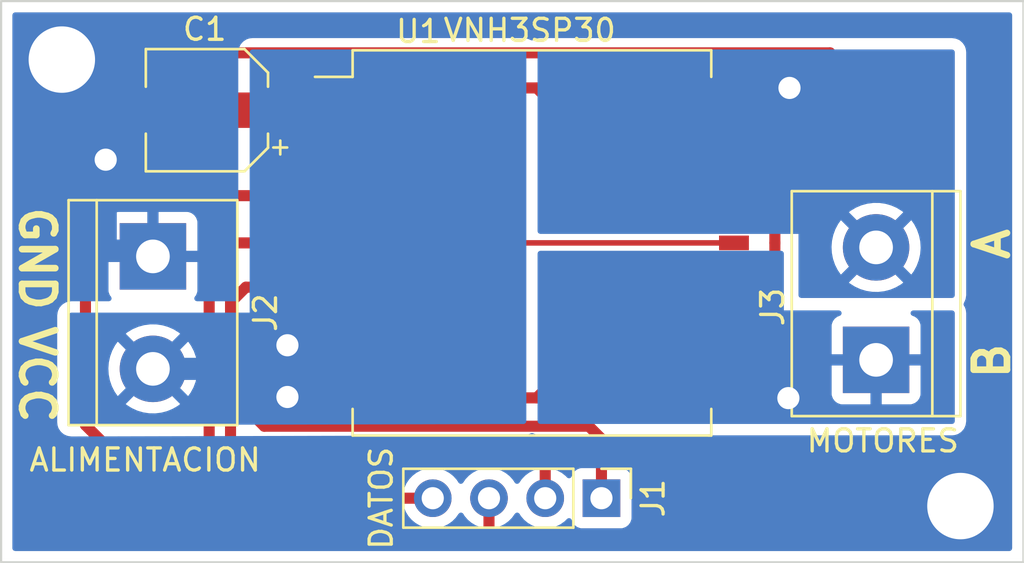
<source format=kicad_pcb>
(kicad_pcb (version 20211014) (generator pcbnew)
  (layers (0 "F.Cu" signal) (31 "B.Cu" signal) (34 "B.Paste" user) (35 "F.Paste" user) (36 "B.SilkS" user "B.Silkscreen") (37 "F.SilkS" user "F.Silkscreen") (38 "B.Mask" user) (39 "F.Mask" user) (44 "Edge.Cuts" user))
  (net 0 "")
  (net 1 "/OUTA")
  (net 3 "/VCCM")
  (net 5 "/INA")
  (net 6 "/EN")
  (net 8 "/PWM")
  (net 10 "/INB")
  (net 13 "/OUTB")
  (net 15 "GND")
  (footprint "Package_SO:ST_MultiPowerSO-30" (layer "F.Cu") (at 29.6672 34.036)
    (fp_text reference "U1" (at -5.1308 -9.5504) (layer "F.SilkS"))
    (fp_text value "VNH3SP30" (at -0.1016 -9.6012) (layer "F.SilkS"))
    (fp_line (start -8.1 -8.7) (end -8.1 -7.5) (layer "F.SilkS") (width 0.12))
    (fp_line (start 8 8.7) (end -8.1 8.7) (layer "F.SilkS") (width 0.12))
    (fp_line (start 8 -8.7) (end -8 -8.7) (layer "F.SilkS") (width 0.12))
    (fp_line (start 8.1 8.7) (end 8.1 7.5) (layer "F.SilkS") (width 0.12))
    (fp_line (start 8 8.7) (end 8.1 8.7) (layer "F.SilkS") (width 0.12))
    (fp_line (start -8.1 -7.5) (end -9.8 -7.5) (layer "F.SilkS") (width 0.12))
    (fp_line (start 8.1 -8.7) (end 8.1 -7.5) (layer "F.SilkS") (width 0.12))
    (fp_line (start 8 -8.7) (end 8.1 -8.7) (layer "F.SilkS") (width 0.12))
    (fp_line (start -8.1 8.7) (end -8.1 7.5) (layer "F.SilkS") (width 0.12))
    (fp_line (start -8 -8.7) (end -8.1 -8.7) (layer "F.SilkS") (width 0.12))
    (pad "1" smd rect (at -9.125 -7 270) (size 0.66 1.35) (layers "F.Cu" "F.Paste" "F.Mask") (net 1 "/OUTA"))
    (pad "2" smd rect (at -9.125 -6 270) (size 0.66 1.35) (layers "F.Cu" "F.Paste" "F.Mask"))
    (pad "3" smd rect (at -9.125 -5 270) (size 0.66 1.35) (layers "F.Cu" "F.Paste" "F.Mask") (net 3 "/VCCM"))
    (pad "4" smd rect (at -9.125 -4 270) (size 0.66 1.35) (layers "F.Cu" "F.Paste" "F.Mask"))
    (pad "5" smd rect (at -9.125 -3 270) (size 0.66 1.35) (layers "F.Cu" "F.Paste" "F.Mask") (net 5 "/INA"))
    (pad "6" smd rect (at -9.125 -2 270) (size 0.66 1.35) (layers "F.Cu" "F.Paste" "F.Mask") (net 6 "/EN"))
    (pad "7" smd rect (at -9.125 -1 270) (size 0.66 1.35) (layers "F.Cu" "F.Paste" "F.Mask"))
    (pad "8" smd rect (at -9.125 0 270) (size 0.66 1.35) (layers "F.Cu" "F.Paste" "F.Mask") (net 8 "/PWM"))
    (pad "9" smd rect (at -9.125 1 270) (size 0.66 1.35) (layers "F.Cu" "F.Paste" "F.Mask"))
    (pad "10" smd rect (at -9.125 2 270) (size 0.66 1.35) (layers "F.Cu" "F.Paste" "F.Mask") (net 6 "/EN"))
    (pad "11" smd rect (at -9.125 3 270) (size 0.66 1.35) (layers "F.Cu" "F.Paste" "F.Mask") (net 10 "/INB"))
    (pad "12" smd rect (at -9.125 4 270) (size 0.66 1.35) (layers "F.Cu" "F.Paste" "F.Mask"))
    (pad "13" smd rect (at -9.125 5 270) (size 0.66 1.35) (layers "F.Cu" "F.Paste" "F.Mask") (net 3 "/VCCM"))
    (pad "14" smd rect (at -9.125 6 270) (size 0.66 1.35) (layers "F.Cu" "F.Paste" "F.Mask"))
    (pad "15" smd rect (at -9.125 7 270) (size 0.66 1.35) (layers "F.Cu" "F.Paste" "F.Mask") (net 13 "/OUTB"))
    (pad "16" smd rect (at 9.125 7 270) (size 0.66 1.35) (layers "F.Cu" "F.Paste" "F.Mask") (net 13 "/OUTB"))
    (pad "17" smd rect (at 9.125 6 270) (size 0.66 1.35) (layers "F.Cu" "F.Paste" "F.Mask"))
    (pad "18" smd rect (at 9.125 5 270) (size 0.66 1.35) (layers "F.Cu" "F.Paste" "F.Mask") (net 15 "GND"))
    (pad "19" smd rect (at 9.125 4 270) (size 0.66 1.35) (layers "F.Cu" "F.Paste" "F.Mask") (net 15 "GND"))
    (pad "20" smd rect (at 9.125 3 270) (size 0.66 1.35) (layers "F.Cu" "F.Paste" "F.Mask") (net 15 "GND"))
    (pad "21" smd rect (at 9.125 2 270) (size 0.66 1.35) (layers "F.Cu" "F.Paste" "F.Mask") (net 13 "/OUTB"))
    (pad "22" smd rect (at 9.125 1 270) (size 0.66 1.35) (layers "F.Cu" "F.Paste" "F.Mask"))
    (pad "23" smd rect (at 9.125 0 270) (size 0.66 1.35) (layers "F.Cu" "F.Paste" "F.Mask") (net 3 "/VCCM"))
    (pad "24" smd rect (at 9.125 -1 270) (size 0.66 1.35) (layers "F.Cu" "F.Paste" "F.Mask"))
    (pad "25" smd rect (at 9.125 -2 270) (size 0.66 1.35) (layers "F.Cu" "F.Paste" "F.Mask") (net 1 "/OUTA"))
    (pad "26" smd rect (at 9.125 -3 270) (size 0.66 1.35) (layers "F.Cu" "F.Paste" "F.Mask") (net 15 "GND"))
    (pad "27" smd rect (at 9.125 -4 270) (size 0.66 1.35) (layers "F.Cu" "F.Paste" "F.Mask") (net 15 "GND"))
    (pad "28" smd rect (at 9.125 -5 270) (size 0.66 1.35) (layers "F.Cu" "F.Paste" "F.Mask") (net 15 "GND"))
    (pad "29" smd rect (at 9.125 -6 270) (size 0.66 1.35) (layers "F.Cu" "F.Paste" "F.Mask"))
    (pad "30" smd rect (at 9.125 -7 270) (size 0.66 1.35) (layers "F.Cu" "F.Paste" "F.Mask") (net 1 "/OUTA"))
    (pad "31" smd rect (at -3.05 0) (size 5.25 10.3) (layers "F.Cu" "F.Paste" "F.Mask") (net 3 "/VCCM"))
    (pad "32" smd rect (at 3.05 -4.165) (size 5.25 6.23) (layers "F.Cu" "F.Paste" "F.Mask") (net 1 "/OUTA"))
    (pad "33" smd rect (at 3.05 4.165) (size 5.25 6.23) (layers "F.Cu" "F.Paste" "F.Mask") (net 13 "/OUTB"))
  )
  (footprint "TerminalBlock:TerminalBlock_bornier-2_P5.08mm" (layer "F.Cu") (at 12.5476 34.6456 -90)
    (fp_text reference "J2" (at 2.54 -5.08 90) (layer "F.SilkS"))
    (fp_text value "ALIMENTACION" (at 9.1948 0.3556 180) (layer "F.SilkS"))
    (fp_line (start 7.62 3.81) (end 7.62 -3.81) (layer "F.SilkS") (width 0.12))
    (fp_line (start -2.54 3.81) (end 7.62 3.81) (layer "F.SilkS") (width 0.12))
    (fp_line (start 7.62 -3.81) (end -2.54 -3.81) (layer "F.SilkS") (width 0.12))
    (fp_line (start -2.54 -3.81) (end -2.54 3.81) (layer "F.SilkS") (width 0.12))
    (fp_line (start 7.62 2.54) (end -2.54 2.54) (layer "F.SilkS") (width 0.12))
    (pad "1" thru_hole rect (at 0 0 270) (size 3 3) (drill 1.52) (layers *.Cu *.Mask) (net 15 "GND"))
    (pad "2" thru_hole circle (at 5.08 0 270) (size 3 3) (drill 1.52) (layers *.Cu *.Mask) (net 3 "/VCCM"))
  )
  (footprint "Capacitor_SMD:CP_Elec_5x5.3" (layer "F.Cu") (at 14.986 28.0416 180)
    (fp_text reference "C1" (at 0.1016 3.6576) (layer "F.SilkS"))
    (fp_text value "C_Polarized" hide)
    (fp_line (start -1.695563 -2.76) (end 2.76 -2.76) (layer "F.SilkS") (width 0.12))
    (fp_line (start -2.76 -1.695563) (end -2.76 -1.06) (layer "F.SilkS") (width 0.12))
    (fp_line (start -1.695563 2.76) (end 2.76 2.76) (layer "F.SilkS") (width 0.12))
    (fp_line (start 2.76 2.76) (end 2.76 1.06) (layer "F.SilkS") (width 0.12))
    (fp_line (start -3.3125 -1.9975) (end -3.3125 -1.3725) (layer "F.SilkS") (width 0.12))
    (fp_line (start -2.76 1.695563) (end -1.695563 2.76) (layer "F.SilkS") (width 0.12))
    (fp_line (start -2.76 -1.695563) (end -1.695563 -2.76) (layer "F.SilkS") (width 0.12))
    (fp_line (start -2.76 1.695563) (end -2.76 1.06) (layer "F.SilkS") (width 0.12))
    (fp_line (start 2.76 -2.76) (end 2.76 -1.06) (layer "F.SilkS") (width 0.12))
    (fp_line (start -3.625 -1.685) (end -3 -1.685) (layer "F.SilkS") (width 0.12))
    (pad "1" smd roundrect (at -2.2 0 180) (size 3 1.6) (layers "F.Cu" "F.Paste" "F.Mask") (roundrect_rratio 0.15625) (net 3 "/VCCM"))
    (pad "2" smd roundrect (at 2.2 0 180) (size 3 1.6) (layers "F.Cu" "F.Paste" "F.Mask") (roundrect_rratio 0.15625) (net 15 "GND"))
  )
  (footprint "TerminalBlock:TerminalBlock_bornier-2_P5.08mm" (layer "F.Cu") (at 45.212 39.3192 90)
    (fp_text reference "J3" (at 2.3876 -4.6736 90) (layer "F.SilkS"))
    (fp_text value "MOTORES" (at -3.6576 0.3048 180) (layer "F.SilkS"))
    (fp_line (start 7.62 -3.81) (end -2.54 -3.81) (layer "F.SilkS") (width 0.12))
    (fp_line (start -2.54 3.81) (end 7.62 3.81) (layer "F.SilkS") (width 0.12))
    (fp_line (start 7.62 2.54) (end -2.54 2.54) (layer "F.SilkS") (width 0.12))
    (fp_line (start 7.62 3.81) (end 7.62 -3.81) (layer "F.SilkS") (width 0.12))
    (fp_line (start -2.54 -3.81) (end -2.54 3.81) (layer "F.SilkS") (width 0.12))
    (pad "1" thru_hole rect (at 0 0 90) (size 3 3) (drill 1.52) (layers *.Cu *.Mask) (net 13 "/OUTB"))
    (pad "2" thru_hole circle (at 5.08 0 90) (size 3 3) (drill 1.52) (layers *.Cu *.Mask) (net 1 "/OUTA"))
  )
  (footprint "Connector_PinHeader_2.54mm:PinHeader_1x04_P2.54mm_Vertical" (layer "F.Cu") (at 32.8068 45.5676 -90)
    (fp_text reference "J1" (at 0 -2.33 90) (layer "F.SilkS"))
    (fp_text value "DATOS" (at 0 9.95 90) (layer "F.SilkS"))
    (fp_line (start -1.33 8.95) (end 1.33 8.95) (layer "F.SilkS") (width 0.12))
    (fp_line (start 1.33 1.27) (end 1.33 8.95) (layer "F.SilkS") (width 0.12))
    (fp_line (start -1.33 0) (end -1.33 -1.33) (layer "F.SilkS") (width 0.12))
    (fp_line (start -1.33 1.27) (end -1.33 8.95) (layer "F.SilkS") (width 0.12))
    (fp_line (start -1.33 1.27) (end 1.33 1.27) (layer "F.SilkS") (width 0.12))
    (fp_line (start -1.33 -1.33) (end 0 -1.33) (layer "F.SilkS") (width 0.12))
    (pad "1" thru_hole rect (at 0 0 270) (size 1.7 1.7) (drill 1) (layers *.Cu *.Mask) (net 10 "/INB"))
    (pad "2" thru_hole oval (at 0 2.54 270) (size 1.7 1.7) (drill 1) (layers *.Cu *.Mask) (net 6 "/EN"))
    (pad "3" thru_hole oval (at 0 5.08 270) (size 1.7 1.7) (drill 1) (layers *.Cu *.Mask) (net 5 "/INA"))
    (pad "4" thru_hole oval (at 0 7.62 270) (size 1.7 1.7) (drill 1) (layers *.Cu *.Mask) (net 8 "/PWM"))
  )
  (gr_rect (start 5.6896 23.114) (end 51.8668 48.4632) (layer "Edge.Cuts") (width 0.1) (fill none))
  (gr_text "GND\n" (at 7.3152 34.7472 270) (layer "F.SilkS") (effects (font (size 1.5 1.5) (thickness 0.3))))
  (gr_text "B" (at 50.4444 39.37 90) (layer "F.SilkS") (effects (font (size 1.5 1.5) (thickness 0.3))))
  (gr_text "VCC" (at 7.3152 39.9796 270) (layer "F.SilkS") (effects (font (size 1.5 1.5) (thickness 0.3))))
  (gr_text "A\n" (at 50.4444 34.0868 90) (layer "F.SilkS") (effects (font (size 1.5 1.5) (thickness 0.3))))
  (segment (start 29.8822 27.036) (end 32.7172 29.871) (width 0.5) (layer "F.Cu") (net 1))
  (segment (start 35.5522 27.036) (end 32.7172 29.871) (width 0.5) (layer "F.Cu") (net 1))
  (segment (start 34.8822 32.036) (end 32.7172 29.871) (width 0.5) (layer "F.Cu") (net 1))
  (segment (start 20.5422 27.036) (end 29.8822 27.036) (width 0.5) (layer "F.Cu") (net 1))
  (segment (start 38.7922 27.036) (end 41.3004 27.036) (width 0.5) (layer "F.Cu") (net 1))
  (segment (start 38.7922 32.036) (end 34.8822 32.036) (width 0.5) (layer "F.Cu") (net 1))
  (segment (start 38.7922 27.036) (end 35.5522 27.036) (width 0.5) (layer "F.Cu") (net 1))
  (via (at 41.3004 27.036) (size 1.7) (drill 1) (layers "F.Cu" "B.Cu") (net 1))
  (segment (start 17.9832 27.8892) (end 19.13 29.036) (width 0.5) (layer "F.Cu") (net 3))
  (segment (start 26.6172 35.5112) (end 26.6172 34.036) (width 0.5) (layer "F.Cu") (net 3))
  (segment (start 26.6172 32.4668) (end 26.6172 34.036) (width 0.5) (layer "F.Cu") (net 3))
  (segment (start 23.0924 39.036) (end 26.6172 35.5112) (width 0.5) (layer "F.Cu") (net 3))
  (segment (start 19.638178 39.036) (end 20.5422 39.036) (width 0.5) (layer "F.Cu") (net 3))
  (segment (start 18.6223 40.051878) (end 19.638178 39.036) (width 0.5) (layer "F.Cu") (net 3))
  (segment (start 18.6223 38.6588) (end 18.9995 39.036) (width 0.5) (layer "F.Cu") (net 3))
  (segment (start 20.5422 39.036) (end 23.0924 39.036) (width 0.5) (layer "F.Cu") (net 3))
  (segment (start 23.1864 29.036) (end 26.6172 32.4668) (width 0.5) (layer "F.Cu") (net 3))
  (segment (start 18.6223 40.9956) (end 18.6223 40.051878) (width 0.5) (layer "F.Cu") (net 3))
  (segment (start 19.13 29.036) (end 20.5422 29.036) (width 0.5) (layer "F.Cu") (net 3))
  (segment (start 38.7922 34.036) (end 26.6172 34.036) (width 0.25) (layer "F.Cu") (net 3))
  (segment (start 18.9995 39.036) (end 20.5422 39.036) (width 0.5) (layer "F.Cu") (net 3))
  (segment (start 20.5422 29.036) (end 23.1864 29.036) (width 0.5) (layer "F.Cu") (net 3))
  (via (at 18.6223 38.6588) (size 1.7) (drill 1) (layers "F.Cu" "B.Cu") (net 3))
  (via (at 18.6223 40.9956) (size 1.7) (drill 1) (layers "F.Cu" "B.Cu") (net 3))
  (segment (start 18.6223 40.9956) (end 17.3523 39.7256) (width 1) (layer "B.Cu") (net 3))
  (segment (start 12.8016 39.4716) (end 13.1064 39.4716) (width 1) (layer "B.Cu") (net 3))
  (segment (start 17.3523 39.7256) (end 12.5476 39.7256) (width 1) (layer "B.Cu") (net 3))
  (segment (start 20.5422 31.036) (end 19.1544 31.036) (width 0.5) (layer "F.Cu") (net 5))
  (segment (start 9.4996 32.3596) (end 9.9568 31.9024) (width 0.5) (layer "F.Cu") (net 5))
  (segment (start 9.9568 31.9024) (end 18.288 31.9024) (width 0.5) (layer "F.Cu") (net 5))
  (segment (start 27.7268 47.6096) (end 14.8436 47.6096) (width 0.5) (layer "F.Cu") (net 5))
  (segment (start 27.7268 45.5676) (end 27.7268 47.6096) (width 0.5) (layer "F.Cu") (net 5))
  (segment (start 18.288 31.9024) (end 19.1544 31.036) (width 0.5) (layer "F.Cu") (net 5))
  (segment (start 9.4996 42.2656) (end 9.4996 32.3596) (width 0.5) (layer "F.Cu") (net 5))
  (segment (start 14.8436 47.6096) (end 9.4996 42.2656) (width 0.5) (layer "F.Cu") (net 5))
  (segment (start 30.2668 45.5676) (end 30.2668 43.932) (width 0.5) (layer "F.Cu") (net 6))
  (segment (start 16.2052 43.2816) (end 16.0528 43.1292) (width 0.5) (layer "F.Cu") (net 6))
  (segment (start 29.6164 43.2816) (end 16.2052 43.2816) (width 0.5) (layer "F.Cu") (net 6))
  (segment (start 16.0528 43.1292) (end 16.0528 36.7284) (width 0.5) (layer "F.Cu") (net 6))
  (segment (start 22.7584 32.6644) (end 22.13 32.036) (width 0.5) (layer "F.Cu") (net 6))
  (segment (start 20.5422 36.036) (end 22.2824 36.036) (width 0.5) (layer "F.Cu") (net 6))
  (segment (start 22.7584 35.56) (end 22.7584 32.6644) (width 0.5) (layer "F.Cu") (net 6))
  (segment (start 22.2824 36.036) (end 22.7584 35.56) (width 0.5) (layer "F.Cu") (net 6))
  (segment (start 22.13 32.036) (end 20.5422 32.036) (width 0.5) (layer "F.Cu") (net 6))
  (segment (start 16.0528 36.7284) (end 16.7452 36.036) (width 0.5) (layer "F.Cu") (net 6))
  (segment (start 16.7452 36.036) (end 20.5422 36.036) (width 0.5) (layer "F.Cu") (net 6))
  (segment (start 30.2668 43.932) (end 29.6164 43.2816) (width 0.5) (layer "F.Cu") (net 6))
  (segment (start 15.0876 44.3484) (end 15.0876 34.5948) (width 0.5) (layer "F.Cu") (net 8))
  (segment (start 16.3068 45.5676) (end 15.0876 44.3484) (width 0.5) (layer "F.Cu") (net 8))
  (segment (start 15.6464 34.036) (end 20.5422 34.036) (width 0.5) (layer "F.Cu") (net 8))
  (segment (start 25.1868 45.5676) (end 16.3068 45.5676) (width 0.5) (layer "F.Cu") (net 8))
  (segment (start 15.0876 34.5948) (end 15.6464 34.036) (width 0.5) (layer "F.Cu") (net 8))
  (segment (start 32.8068 45.5676) (end 32.8068 42.8852) (width 0.5) (layer "F.Cu") (net 10))
  (segment (start 17.8788 37.036) (end 20.5422 37.036) (width 0.5) (layer "F.Cu") (net 10))
  (segment (start 17.5768 42.3164) (end 17.1196 41.8592) (width 0.5) (layer "F.Cu") (net 10))
  (segment (start 32.238 42.3164) (end 17.5768 42.3164) (width 0.5) (layer "F.Cu") (net 10))
  (segment (start 32.8068 42.8852) (end 32.238 42.3164) (width 0.5) (layer "F.Cu") (net 10))
  (segment (start 17.1196 41.8592) (end 17.1196 37.7952) (width 0.5) (layer "F.Cu") (net 10))
  (segment (start 17.1196 37.7952) (end 17.8788 37.036) (width 0.5) (layer "F.Cu") (net 10))
  (segment (start 20.5422 41.036) (end 29.8822 41.036) (width 0.5) (layer "F.Cu") (net 13))
  (segment (start 41.2392 41.036) (end 41.2496 41.0464) (width 0.5) (layer "F.Cu") (net 13))
  (segment (start 38.7922 41.036) (end 35.5522 41.036) (width 0.5) (layer "F.Cu") (net 13))
  (segment (start 29.8822 41.036) (end 32.7172 38.201) (width 0.5) (layer "F.Cu") (net 13))
  (segment (start 38.7922 36.036) (end 34.8822 36.036) (width 0.5) (layer "F.Cu") (net 13))
  (segment (start 34.8822 36.036) (end 32.7172 38.201) (width 0.5) (layer "F.Cu") (net 13))
  (segment (start 38.7922 41.036) (end 41.2392 41.036) (width 0.5) (layer "F.Cu") (net 13))
  (segment (start 35.5522 41.036) (end 32.7172 38.201) (width 0.5) (layer "F.Cu") (net 13))
  (via (at 41.2496 41.0464) (size 1.7) (drill 1) (layers "F.Cu" "B.Cu") (net 13))
  (segment (start 12.786 25.4508) (end 12.786 28.0416) (width 0.5) (layer "F.Cu") (net 15))
  (segment (start 43.434 28.6512) (end 43.434 25.7556) (width 0.5) (layer "F.Cu") (net 15))
  (segment (start 38.7922 37.036) (end 40.6372 37.036) (width 0.5) (layer "F.Cu") (net 15))
  (segment (start 40.64 31.242) (end 40.64 34.036) (width 0.5) (layer "F.Cu") (net 15))
  (segment (start 38.7922 39.036) (end 38.7922 37.036) (width 0.5) (layer "F.Cu") (net 15))
  (segment (start 38.7922 29.036) (end 43.0492 29.036) (width 0.5) (layer "F.Cu") (net 15))
  (segment (start 40.434 31.036) (end 40.64 31.242) (width 0.5) (layer "F.Cu") (net 15))
  (segment (start 43.0492 29.036) (end 43.434 28.6512) (width 0.5) (layer "F.Cu") (net 15))
  (segment (start 10.414 30.2768) (end 10.414 28.1432) (width 1) (layer "F.Cu") (net 15))
  (segment (start 10.414 28.1432) (end 10.5156 28.0416) (width 1) (layer "F.Cu") (net 15))
  (segment (start 38.7922 31.036) (end 40.434 31.036) (width 0.5) (layer "F.Cu") (net 15))
  (segment (start 40.64 34.036) (end 40.64 37.0332) (width 0.5) (layer "F.Cu") (net 15))
  (segment (start 38.7922 29.036) (end 38.7922 31.036) (width 0.5) (layer "F.Cu") (net 15))
  (segment (start 40.6372 37.036) (end 40.64 37.0332) (width 0.5) (layer "F.Cu") (net 15))
  (segment (start 10.5156 28.0416) (end 12.786 28.0416) (width 1) (layer "F.Cu") (net 15))
  (segment (start 43.1292 25.4508) (end 12.786 25.4508) (width 0.5) (layer "F.Cu") (net 15))
  (segment (start 43.434 25.7556) (end 43.1292 25.4508) (width 0.5) (layer "F.Cu") (net 15))
  (via (at 10.414 30.2768) (size 1.7) (drill 1) (layers "F.Cu" "B.Cu") (net 15))
  (via (at 8.4328 25.7556) (size 4) (drill 3) (layers "F.Cu" "B.Cu") (net 15))
  (via (at 49.022 45.9232) (size 3.8) (drill 3) (layers "F.Cu" "B.Cu") (net 15))
  (segment (start 10.5664 34.3916) (end 12.2936 34.3916) (width 1) (layer "B.Cu") (net 15))
  (segment (start 10.5664 34.3916) (end 10.414 34.2392) (width 1) (layer "B.Cu") (net 15))
  (segment (start 10.414 34.2392) (end 10.414 30.2768) (width 1) (layer "B.Cu") (net 15))
  (segment (start 12.2936 34.3916) (end 12.5476 34.6456) (width 1) (layer "B.Cu") (net 15))
  (segment (start 13.1064 34.3916) (end 10.5664 34.3916) (width 1) (layer "B.Cu") (net 15))
  (zone (net 13) (net_name "/OUTB") (layer "B.Cu") (priority 1) (connect_pads (clearance 0.508)) (min_thickness 0.254) (fill yes (thermal_gap 0.508) (thermal_bridge_width 0.508))
    (polygon (pts (xy 41.0464 37.084) (xy 48.768 37.084) (xy 48.768 42.2148) (xy 29.9212 42.2148) (xy 29.9212 34.3916) (xy 41.0464 34.3916)))
  )
  (zone (net 15) (net_name "GND") (layer "B.Cu") (connect_pads (clearance 0.508)) (min_thickness 0.254) (fill yes (thermal_gap 0.508) (thermal_bridge_width 0.508))
    (polygon (pts (xy 51.7652 48.3616) (xy 5.7912 48.3616) (xy 5.7912 23.2156) (xy 51.7652 23.368)))
  )
  (zone (net 1) (net_name "/OUTA") (layer "B.Cu") (priority 1) (connect_pads (clearance 0.508)) (min_thickness 0.254) (fill yes (thermal_gap 0.508) (thermal_bridge_width 0.508))
    (polygon (pts (xy 48.768 36.5252) (xy 48.006 36.5252) (xy 41.7068 36.5252) (xy 41.7068 33.6296) (xy 29.9212 33.6296) (xy 29.9212 25.2984) (xy 48.768 25.2984)))
  )
  (zone (net 3) (net_name "/VCCM") (layer "B.Cu") (priority 1) (connect_pads (clearance 0.508)) (min_thickness 0.254) (fill yes (thermal_gap 0.508) (thermal_bridge_width 0.508))
    (polygon (pts (xy 29.4132 42.2148) (xy 8.7376 42.2656) (xy 8.7376 37.1856) (xy 16.9164 37.1856) (xy 16.9164 25.2984) (xy 29.4132 25.2984)))
  )
)
</source>
